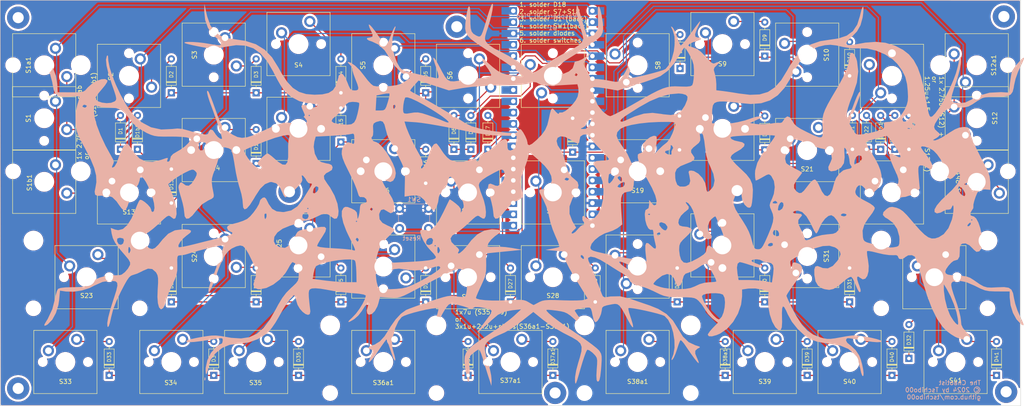
<source format=kicad_pcb>
(kicad_pcb (version 20221018) (generator pcbnew)
  (title_block (title "The Chaotist") (date "2024-01-28") (rev "v0.1") (company "by Tschibo00"))
  (layers (0 "F.Cu" signal) (31 "B.Cu" signal) (34 "B.Paste" user) (35 "F.Paste" user) (36 "B.SilkS" user "B.Silkscreen") (37 "F.SilkS" user "F.Silkscreen") (38 "B.Mask" user) (39 "F.Mask" user) (44 "Edge.Cuts" user))
  (net 0 "")
  (net 1 "R0")
  (net 2 "Net-(D1-A)")
  (net 3 "R1")
  (net 4 "Net-(D1b1-A)")
  (net 5 "Net-(D2-A)")
  (net 6 "Net-(D3-A)")
  (net 7 "Net-(D4-A)")
  (net 8 "Net-(D5-A)")
  (net 9 "Net-(D6-A)")
  (net 10 "Net-(D7-A)")
  (net 11 "Net-(D8-A)")
  (net 12 "Net-(D9-A)")
  (net 13 "Net-(D10-A)")
  (net 14 "Net-(D11-A)")
  (net 15 "Net-(D12-A)")
  (net 16 "Net-(D12b1-A)")
  (net 17 "Net-(D13-A)")
  (net 18 "Net-(D14-A)")
  (net 19 "Net-(D15-A)")
  (net 20 "Net-(D16-A)")
  (net 21 "Net-(D17-A)")
  (net 22 "Net-(D18-A)")
  (net 23 "Net-(D19-A)")
  (net 24 "Net-(D20-A)")
  (net 25 "Net-(D21-A)")
  (net 26 "Net-(D22-A)")
  (net 27 "R2")
  (net 28 "Net-(D23-A)")
  (net 29 "Net-(D24-A)")
  (net 30 "Net-(D25-A)")
  (net 31 "Net-(D26-A)")
  (net 32 "Net-(D27-A)")
  (net 33 "Net-(D28-A)")
  (net 34 "Net-(D29-A)")
  (net 35 "Net-(D30-A)")
  (net 36 "Net-(D31-A)")
  (net 37 "Net-(D32-A)")
  (net 38 "R3")
  (net 39 "Net-(D33-A)")
  (net 40 "Net-(D34-A)")
  (net 41 "Net-(D35-A)")
  (net 42 "Net-(D36a1-A)")
  (net 43 "Net-(D37a1-A)")
  (net 44 "Net-(D38a1-A)")
  (net 45 "Net-(D39-A)")
  (net 46 "Net-(D40-A)")
  (net 47 "Net-(D41-A)")
  (net 48 "C0")
  (net 49 "C1")
  (net 50 "C2")
  (net 51 "C3")
  (net 52 "C4")
  (net 53 "C5")
  (net 54 "C6")
  (net 55 "C7")
  (net 56 "C8")
  (net 57 "C9")
  (net 58 "C10")
  (net 59 "C11")
  (net 60 "Net-(U1-RUN)")
  (net 67 "GND")
  (footprint "ScottoKeebs_Components:Diode_DO-35" (layer "F.Cu") (at 218.1245 51.72275 90)
    (fp_text reference "D11" hide)
    (fp_text value "Diode")
  )
  (footprint "ScottoKeebs_Components:Diode_DO-35" (layer "F.Cu") (at 65.0895 102.52275 90)
    (fp_text reference "D34" hide)
    (fp_text value "Diode")
  )
  (footprint "ScottoKeebs_MX:MX_PCB_1.50u" (layer "F.Cu") (at 198.4395 75.694 90)
    (fp_text reference "S31")
    (fp_text value "Keyswitch")
  )
  (footprint "ScottoKeebs_Components:Diode_DO-35" (layer "F.Cu") (at 221.2995 98.71275 90)
    (fp_text reference "D32" hide)
    (fp_text value "Diode")
  )
  (footprint "ScottoKeebs_Stabilizer:Stabilizer_MX_2.00u" (layer "F.Cu") (at 227.0145 80.4565 180)
    (fp_text reference "REF**" hide)
    (fp_text value "Stabilizer_MX_2.00u" hide)
  )
  (footprint "ScottoKeebs_MX:MX_PCB_1.75u" (layer "F.Cu") (at 122.2395 35.21275 -90)
    (fp_text reference "S6")
    (fp_text value "Keyswitch")
  )
  (footprint "ScottoKeebs_Components:Diode_DO-35" (layer "F.Cu") (at 131.7645 86.01275 90)
    (fp_text reference "D27" hide)
    (fp_text value "Diode")
  )
  (footprint "ScottoKeebs_Components:Diode_DO-35" (layer "F.Cu") (at 221.2995 51.72275 90)
    (fp_text reference "D12" hide)
    (fp_text value "Diode")
  )
  (footprint "ScottoKeebs_MX:MX_PCB_1.25u" (layer "F.Cu") (at 103.1895 78.07525 -90)
    (fp_text reference "S26")
    (fp_text value "Keyswitch")
  )
  (footprint "ScottoKeebs_Components:Diode_DO-35" (layer "F.Cu") (at 122.2395 102.52275 90)
    (fp_text reference "D36a1" hide)
    (fp_text value "Diode")
  )
  (footprint "ScottoKeebs_MX:MX_PCB_1.00u" (layer "F.Cu") (at 198.4395 51.8815)
    (fp_text reference "S21")
    (fp_text value "Keyswitch")
  )
  (footprint "ScottoKeebs_Components:Diode_DO-35" (layer "F.Cu") (at 169.7375 51.84975 90)
    (fp_text reference "D19" hide)
    (fp_text value "Diode")
  )
  (footprint "ScottoKeebs_Components:Diode_DO-35" (layer "F.Cu") (at 150.8145 86.01275 90)
    (fp_text reference "D28" hide)
    (fp_text value "Diode")
  )
  (footprint "ScottoKeebs_Components:Diode_DO-35" (layer "F.Cu") (at 207.9645 35.21275 90)
    (fp_text reference "D10" hide)
    (fp_text value "Diode")
  )
  (footprint "ScottoKeebs_MX:MX_PCB_1.75u" (layer "F.Cu") (at 84.1395 73.31275 -90)
    (fp_text reference "S25")
    (fp_text value "Keyswitch")
  )
  (footprint "ScottoKeebs_MX:MX_PCB_1.00u" (layer "F.Cu") (at 131.7645 99.5065)
    (fp_text reference "S37a1")
    (fp_text value "Keyswitch")
  )
  (footprint "ScottoKeebs_MX:MX_PCB_1.00u" (layer "F.Cu") (at 46.0395 61.4065)
    (fp_text reference "S13")
    (fp_text value "Keyswitch")
  )
  (footprint "ScottoKeebs_Stabilizer:Stabilizer_MX_2.00u" (layer "F.Cu") (at 26.9895 44.73775 90)
    (fp_text reference "REF**" hide)
    (fp_text value "Stabilizer_MX_2.00u" hide)
  )
  (footprint "ScottoKeebs_Components:Diode_DO-35" (layer "F.Cu") (at 74.6145 86.01275 90)
    (fp_text reference "D24" hide)
    (fp_text value "Diode")
  )
  (footprint "ScottoKeebs_MX:MX_PCB_1.50u" (layer "F.Cu") (at 65.0895 75.694 -90)
    (fp_text reference "S24")
    (fp_text value "Keyswitch")
  )
  (footprint "ScottoKeebs_Components:Diode_DO-35" (layer "F.Cu") (at 169.2295 86.01275 90)
    (fp_text reference "D29" hide)
    (fp_text value "Diode")
  )
  (footprint "ScottoKeebs_MX:MX_PCB_1.25u" (layer "F.Cu") (at 160.3395 78.07525 90)
    (fp_text reference "S29")
    (fp_text value "Keyswitch")
  )
  (footprint "ScottoKeebs_MX:MX_PCB_1.00u" (layer "F.Cu") (at 84.1395 28.069)
    (fp_text reference "S4")
    (fp_text value "Keyswitch")
  )
  (footprint "MountingHole:MountingHole_2.5mm_Pad" (layer "F.Cu") (at 119.6995 24.16375)
    (fp_text reference "REF**" hide)
    (fp_text value "MountingHole_2.5mm_Pad" hide)
  )
  (footprint "ScottoKeebs_Components:Diode_DO-35" (layer "F.Cu") (at 93.6645 39.02275 90)
    (fp_text reference "D4" hide)
    (fp_text value "Diode")
  )
  (footprint "ScottoKeebs_Components:Diode_DO-35" (layer "F.Cu") (at 112.7145 59.34275 90)
    (fp_text reference "D16" hide)
    (fp_text value "Diode")
  )
  (footprint "ScottoKeebs_MX:MX_PCB_1.50u" (layer "F.Cu") (at 160.3395 32.8315 90)
    (fp_text reference "S8")
    (fp_text value "Keyswitch")
  )
  (footprint "ScottoKeebs_Components:Diode_DO-35" (layer "F.Cu") (at 41.5945 102.52275 90)
    (fp_text reference "D33" hide)
    (fp_text value "Diode")
  )
  (footprint "ScottoKeebs_Components:Diode_DO-35" (layer "F.Cu") (at 180.0245 102.52275 90)
    (fp_text reference "D38a1" hide)
    (fp_text value "Diode")
  )
  (footprint "ScottoKeebs_MX:MX_PCB_1.75u" (layer "F.Cu") (at 217.4895 35.21275 90)
    (fp_text reference "S11")
    (fp_text value "Keyswitch")
  )
  (footprint "ScottoKeebs_Components:Diode_DO-35" (layer "F.Cu") (at 74.6145 39.02275 90)
    (fp_text reference "D3" hide)
    (fp_text value "Diode")
  )
  (footprint "MountingHole:MountingHole_2.5mm_Pad" (layer "F.Cu") (at 242.6355 21.87775)
    (fp_text reference "REF**" hide)
    (fp_text value "MountingHole_2.5mm_Pad" hide)
  )
  (footprint "ScottoKeebs_MX:MX_PCB_2.75u" (layer "F.Cu") (at 236.5395 44.73775 90)
    (fp_text reference "S12")
    (fp_text value "Keyswitch")
  )
  (footprint "ScottoKeebs_Components:Diode_DO-35" (layer "F.Cu") (at 169.8645 33.56175 90)
    (fp_text reference "D8" hide)
    (fp_text value "Diode")
  )
  (footprint "ScottoKeebs_Components:Diode_DO-35" (layer "F.Cu") (at 188.9145 86.01275 90)
    (fp_text reference "D30" hide)
    (fp_text value "Diode")
  )
  (footprint "ScottoKeebs_Components:Diode_DO-35" (layer "F.Cu") (at 47.9445 51.72275 90)
    (fp_text reference "D1b1" hide)
    (fp_text value "Diode")
  )
  (footprint "ScottoKeebs_MX:MX_PCB_1.00u" (layer "F.Cu") (at 84.1395 47.119)
    (fp_text reference "S15")
    (fp_text value "Keyswitch")
  )
  (footprint "ScottoKeebs_MX:MX_PCB_1.50u" (layer "F.Cu") (at 103.1895 32.8315 -90)
    (fp_text reference "S5")
    (fp_text value "Keyswitch")
  )
  (footprint "ScottoKeebs_MX:MX_PCB_1.00u" (layer "F.Cu") (at 141.2895 80.4565)
    (fp_text reference "S28")
    (fp_text value "Keyswitch")
  )
  (footprint "ScottoKeebs_MX:MX_PCB_2.00u" (layer "F.Cu") (at 103.1895 99.5065)
    (fp_text reference "S36a1")
    (fp_text value "Keyswitch")
  )
  (footprint "ScottoKeebs_Components:Diode_DO-35" (layer "F.Cu") (at 44.1345 51.72275 90)
    (fp_text reference "D1" hide)
    (fp_text value "Diode")
  )
  (footprint "ScottoKeebs_Components:Diode_DO-35" (layer "F.Cu") (at 93.6645 86.01275 90)
    (fp_text reference "D25" hide)
    (fp_text value "Diode")
  )
  (footprint "ScottoKeebs_MX:MX_PCB_1.00u" (layer "F.Cu") (at 179.3895 28.069)
    (fp_text reference "S9")
    (fp_text value "Keyswitch")
  )
  (footprint "ScottoKeebs_MX:MX_PCB_1.00u" (layer "F.Cu") (at 65.0895 51.8815)
    (fp_text reference "S14")
    (fp_text value "Keyswitch")
  )
  (footprint "ScottoKeebs_MX:MX_PCB_1.75u" (layer "F.Cu") (at 179.3895 73.31275 90)
    (fp_text reference "S30")
    (fp_text value "Keyswitch")
  )
  (footprint "ScottoKeebs_Stabilizer:Stabilizer_MX_2.00u" (layer "F.Cu") (at 36.5145 80.4565 180)
    (fp_text reference "REF**" hide)
    (fp_text value "Stabilizer_MX_2.00u" hide)
  )
  (footprint "ScottoKeebs_MX:MX_PCB_1.00u" (layer "F.Cu") (at 74.6145 99.5065)
    (fp_text reference "S35")
    (fp_text value "Keyswitch")
  )
  (footprint "ScottoKeebs_MX:MX_Plate_1.25u" (layer "F.Cu") (at 236.5395 59.02525 -90)
    (fp_text reference "S12b1")
    (fp_text value "Keyswitch")
  )
  (footprint "MountingHole:MountingHole_2.5mm_Pad" (layer "F.Cu") (at 141.7975 106.45975)
    (fp_text reference "REF**" hide)
    (fp_text value "MountingHole_2.5mm_Pad" hide)
  )
  (footprint "ScottoKeebs_Components:Diode_DO-35" (layer "F.Cu") (at 126.6845 51.72275 90)
    (fp_text reference "D17" hide)
    (fp_text value "Diode")
  )
  (footprint "ScottoKeebs_MX:MX_PCB_2.00u" (layer "F.Cu") (at 160.3395 99.5065)
    (fp_text reference "S38a1")
    (fp_text value "Keyswitch")
  )
  (footprint "MountingHole:MountingHole_2.5mm_Pad" (layer "F.Cu") (at 243.1435 106.20575)
    (fp_text reference "REF**" hide)
    (fp_text value "MountingHole_2.5mm_Pad" hide)
  )
  (footprint "ScottoKeebs_Components:Diode_DO-35" (layer "F.Cu") (at 217.4895 102.52275 90)
    (fp_text reference "D40" hide)
    (fp_text value "Diode")
  )
  (footprint "ScottoKeebs_MX:MX_PCB_1.00u" (layer "F.Cu") (at 122.2395 80.4565)
    (fp_text reference "S27")
    (fp_text value "Keyswitch")
  )
  (footprint "ScottoKeebs_Components:Diode_DO-35" (layer "F.Cu") (at 188.9145 30.76775 90)
    (fp_text reference "D9" hide)
    (fp_text value "Diode")
  )
  (footprint "ScottoKeebs_MX:MX_PCB_1.75u" (layer "F.Cu") (at 141.2895 35.21275 90)
    (fp_text reference "S7")
    (fp_text value "Keyswitch")
  )
  (footprint "ScottoKeebs_Components:Diode_DO-35" (layer "F.Cu") (at 55.5645 39.02275 90)
    (fp_text reference "D2" hide)
    (fp_text value "Diode")
  )
  (footprint "ScottoKeebs_Components:Diode_DO-35" (layer "F.Cu") (at 211.7745 51.72275 90)
    (fp_text reference "D22" hide)
    (fp_text value "Diode")
  )
  (footprint "ScottoKeebs_MX:MX_PCB_2.75u" (layer "F.Cu") (at 26.9895 44.73775 -90)
    (fp_text reference "S1")
    (fp_text value "Keyswitch")
  )
  (footprint "ScottoKeebs_Stabilizer:Stabilizer_MX_2.00u" (layer "F.Cu") (at 236.5395 44.73775 -90)
    (fp_text reference "REF**" hide)
    (fp_text value "Stabilizer_MX_2.00u" hide)
  )
  (footprint "ScottoKeebs_MX:MX_PCB_1.00u" (layer "F.Cu") (at 141.2895 61.4065)
    (fp_text reference "S18")
    (fp_text value "Keyswitch")
  )
  (footprint "MountingHole:MountingHole_2.5mm_Pad" (layer "F.Cu") (at 21.1475 105.44375)
    (fp_text reference "REF**" hide)
    (fp_text value "MountingHole_2.5mm_Pad" hide)
  )
  (footprint "ScottoKeebs_MX:MX_PCB_1.00u" (layer "F.Cu") (at 179.3895 47.119)
    (fp_text reference "S20")
    (fp_text value "Keyswitch")
  )
  (footprint "ScottoKeebs_MX:MX_PCB_2.00u" (layer "F.Cu") (at 227.0145 80.4565)
    (fp_text reference "S32")
    (fp_text value "Keyswitch")
  )
  (footprint "MountingHole:MountingHole_2.5mm_Pad" (layer "F.Cu") (at 82.1075 61.24775)
    (fp_text reference "REF**" hide)
    (fp_text value "MountingHole_2.5mm_Pad" hide)
  )
  (footprint "MountingHole:MountingHole_2.5mm_Pad" (layer "F.Cu") (at 182.6915 60.99375)
    (fp_text reference "REF**" hide)
    (fp_text value "MountingHole_2.5mm_Pad" hide)
  )
  (footprint "ScottoKeebs_Components:Diode_DO-35" (layer "F.Cu") (at 84.1395 102.52275 90)
    (fp_text reference "D35" hide)
    (fp_text value "Diode")
  )
  (footprint "ScottoKeebs_Components:Diode_DO-35" (layer "F.Cu") (at 141.2895 102.52275 90)
    (fp_text reference "D37a1" hide)
    (fp_text value "Diode")
  )
  (footprint "ScottoKeebs_Components:Diode_DO-35" (layer "F.Cu") (at 208.5995 51.72275 90)
    (fp_text reference "D21" hide)
    (fp_text value "Diode")
  )
  (footprint "ScottoKeebs_MX:MX_PCB_2.00u" (layer "F.Cu") (at 36.5145 80.4565)
    (fp_text reference "S23")
    (fp_text value "Keyswitch")
  )
  (footprint "ScottoKeebs_MX:MX_PCB_1.00u" (layer "F.Cu") (at 188.9145 99.5065)
    (fp_text reference "S39")
    (fp_text value "Keyswitch")
  )
  (footprint "ScottoKeebs_Components:Diode_DO-35" (layer "F.Cu") (at 240.9845 102.52275 90)
    (fp_text reference "D41" hide)
    (fp_text value "Diode")
  )
  (footprint "ScottoKeebs_Components:Diode_DO-35" (layer "F.Cu") (at 112.7145 39.02275 90)
    (fp_text reference "D5" hide)
    (fp_text value "Diode")
  )
  (footprint "ScottoKeebs_Stabilizer:Stabilizer_MX_2.00u" (layer "F.Cu") (at 160.3395 99.5065 180)
    (fp_text reference "REF**" hide)
    (fp_text value "Stabilizer_MX_2.00u" hide)
  )
  (footprint "ScottoKeebs_MX:MX_PCB_1.75u" (layer "F.Cu") (at 46.0395 35.21275 -90)
    (fp_text reference "S2")
    (fp_text value "Keyswitch")
  )
  (footprint "ScottoKeebs_Components:Diode_DO-35" (layer "F.Cu") (at 198.4395 102.52275 90)
    (fp_text reference "D39" hide)
    (fp_text value "Diode")
  )
  (footprint "ScottoKeebs_MX:MX_Plate_1.50u" (layer "F.Cu") (at 236.5395 32.8315 90)
    (fp_text reference "S12a1")
    (fp_text value "Keyswitch")
  )
  (footprint "ScottoKeebs_Components:Diode_DO-35" (layer "F.Cu") (at 55.5645 86.01275 90)
    (fp_text reference "D23" hide)
    (fp_text value "Diode")
  )
  (footprint "ScottoKeebs_Components:Diode_DO-35" (layer "F.Cu") (at 119.0645 51.72275 90)
    (fp_text reference "D6" hide)
    (fp_text value "Diode")
  )
  (footprint "ScottoKeebs_MX:MX_Plate_1.50u" (layer "F.Cu") (at 26.9895 32.8315 -90)
    (fp_text reference "S1a1")
    (fp_text value "Keyswitch")
  )
  (footprint "ScottoKeebs_MX:MX_PCB_1.50u" (layer "F.Cu") (at 231.777 99.5065)
    (fp_text reference "S41")
    (fp_text value "Keyswitch")
  )
  (footprint "ScottoKeebs_Stabilizer:Stabilizer_MX_2.00u" (layer "F.Cu") (at 103.1895 99.5065 180)
    (fp_text reference "REF**" hide)
    (fp_text value "Stabilizer_MX_2.00u" hide)
  )
  (footprint "ScottoKeebs_Components:Diode_DO-35" (layer "F.Cu") (at 207.9645 86.01275 90)
    (fp_text reference "D31" hide)
    (fp_text value "Diode")
  )
  (footprint "ScottoKeebs_Components:Diode_DO-35" (layer "F.Cu") (at 214.9495 51.72275 90)
    (fp_text reference "D12b1" hide)
    (fp_text value "Diode")
  )
  (footprint "ScottoKeebs_Components:Diode_DO-35" (layer "F.Cu") (at 112.7145 86.01275 90)
    (fp_text reference "D26" hide)
    (fp_text value "Diode")
  )
  (footprint "ScottoKeebs_MX:MX_PCB_1.00u" (layer "F.Cu") (at 103.1895 56.644)
    (fp_text reference "S16")
    (fp_text value "Keyswitch")
  )
  (footprint "ScottoKeebs_MX:MX_PCB_1.25u" (layer "F.Cu") (at 65.0895 30.45025 -90)
    (fp_text reference "S3")
    (fp_text value "Keyswitch")
  )
  (footprint "ScottoKeebs_Components:Diode_DO-35" (layer "F.Cu") (at 74.6145 54.89775 90)
    (fp_text reference "D14" hide)
    (fp_text value "Diode")
  )
  (footprint "ScottoKeebs_MX:MX_Plate_1.25u" (layer "F.Cu") (at 26.9895 59.02525 -90)
    (fp_text reference "S1b1")
    (fp_text value "Keyswitch")
  )
  (footprint "ScottoKeebs_MX:MX_PCB_1.00u" (layer "F.Cu") (at 207.9645 99.5065)
    (fp_text reference "S40")
    (fp_text value "Keyswitch")
  )
  (footprint "ScottoKeebs_MX:MX_PCB_1.50u" (layer "F.Cu") (at 31.752 99.5065)
    (fp_text reference "S33")
    (fp_text value "Keyswitch")
  )
  (footprint "ScottoKeebs_MX:MX_PCB_1.00u" (layer "F.Cu") (at 160.3395 56.644)
    (fp_text reference "S19")
    (fp_text value "Keyswitch")
  )
  (footprint "ScottoKeebs_MX:MX_PCB_1.00u" (layer "F.Cu") (at 217.4895 61.4065)
    (fp_text reference "S22")
    (fp_text value "Keyswitch")
  )
  (footprint "ScottoKeebs_MX:MX_PCB_1.00u" (layer "F.Cu") (at 55.5645 99.5065)
    (fp_text reference "S34")
    (fp_text value "Keyswitch")
  )
  (footprint "ScottoKeebs_MX:MX_PCB_1.25u" (layer "F.Cu") (at 198.4395 30.45025 90)
    (fp_text reference "S10")
    (fp_text value "Keyswitch")
  )
  (footprint "ScottoKeebs_Components:Diode_DO-35" (layer "F.Cu") (at 93.6645 50.07175 90)
    (fp_text reference "D15" hide)
    (fp_text value "Diode")
  )
  (footprint "ScottoKeebs_Components:Diode_DO-35" (layer "F.Cu") (at 122.8745 51.72275 90)
    (fp_text reference "D7" hide)
    (fp_text value "Diode")
  )
  (footprint "MountingHole:MountingHole_2.5mm_Pad" (layer "F.Cu") (at 21.1475 22.13175)
    (fp_text reference "REF**" hide)
    (fp_text value "MountingHole_2.5mm_Pad" hide)
  )
  (footprint "ScottoKeebs_MX:MX_PCB_1.00u" (layer "F.Cu") (at 122.2395 61.4065)
    (fp_text reference "S17")
    (fp_text value "Keyswitch")
  )
  (footprint "ScottoKeebs_Components:Diode_DO-35" (layer "F.Cu") (at 145.7345 52.35775 90)
    (fp_text reference "D18" hide)
    (fp_text value "Diode")
  )
  (footprint "ScottoKeebs_Components:Diode_DO-35" (layer "F.Cu") (at 188.9145 51.84975 90)
    (fp_text reference "D20" hide)
    (fp_text value "Diode")
  )
  (footprint "ScottoKeebs_Components:Diode_DO-35" (layer "F.Cu") (at 55.5645 63.78775 90)
    (fp_text reference "D13" hide)
    (fp_text value "Diode")
  )
  (footprint "LOGO" (layer "B.Cu") (at 138.8003 62.92415 180)
    (fp_text reference "G***" hide)
    (fp_text value "LOGO" hide)
  )
  (footprint "Button_Switch_THT:SW_PUSH_6mm_H4.3mm" (layer "B.Cu") (at 113.3495 65.00275 180)
    (fp_text reference "SW1")
    (fp_text value "Reset")
  )
  (footprint "Library:Raspberry_Pi_Pico" (layer "B.Cu") (at 141.2895 44.73775 180)
    (fp_text reference "U1")
    (fp_text value "Raspberry_Pi_Pico")
  )
  (gr_rect (start 17.1095 18.21775) (end 246.3995 109.36775) (stroke (width 0.1)) (fill none) (layer "Edge.Cuts"))
  (gr_text "The Chaotist\n© 2024 by Tschibo00\ngithub.com/tschibo00" (at 237.5555 107.98375) (layer "B.SilkS") (effects (font (size 1 1)) (justify left bottom mirror)))
  (gr_text "1x7u (S35+39)\nor\n3x1u+2x2u+stabs(S36a1-S38a1)" (at 119.2169 92.10875) (layer "F.SilkS") (effects (font (size 1 1)) (justify left bottom)))
  (gr_text "1. solder D18\n2. solder S7+S18\n3. solder U1 (back)\n4. solder SW1(back)\n5. solder diodes\n6. solder switches\n" (at 133.6949 27.82135) (layer "F.SilkS") (effects (font (size 1 1)) (justify left bottom)))
  (gr_text "1x 2.75u (S12) + stab\nor\n1.25u+1.5u (S12a1+S12b1)" (at 224.8301 35.18735 -90) (layer "F.SilkS") (effects (font (size 1 1)) (justify left bottom)))
  (gr_text "1x 2.75u (S1) + stab\nor\n1.25u+1.5u (S1a1+S1b1)" (at 38.6989 54.13575 90) (layer "F.SilkS") (effects (font (size 1 1)) (justify left bottom)))
  (segment (start 142.4325 32.41875) (end 145.2585 29.59275) (width 0.25) (layer "F.Cu") (net 1))
  (segment (start 137.2763 30.71695) (end 138.9781 32.41875) (width 0.25) (layer "F.Cu") (net 1))
  (segment (start 145.2585 29.59275) (end 151.2905 29.59275) (width 0.25) (layer "F.Cu") (net 1))
  (segment (start 168.5945 29.75175) (end 169.8645 31.02175) (width 0.25) (layer "F.Cu") (net 1))
  (segment (start 207.9645 35.21275) (end 206.3135 33.56175) (width 0.25) (layer "F.Cu") (net 1))
  (segment (start 206.3135 33.56175) (end 197.6775 33.56175) (width 0.25) (layer "F.Cu") (net 1))
  (segment (start 44.1345 51.72275) (end 44.1345 50.45275) (width 0.25) (layer "F.Cu") (net 1))
  (segment (start 112.7145 39.02275) (end 112.7145 45.37275) (width 0.25) (layer "F.Cu") (net 1))
  (segment (start 218.1245 51.72275) (end 221.2995 51.72275) (width 0.25) (layer "F.Cu") (net 1))
  (segment (start 119.0645 51.72275) (end 122.8745 51.72275) (width 0.25) (layer "F.Cu") (net 1))
  (segment (start 112.7145 39.02275) (end 112.9177 38.81955) (width 0.25) (layer "F.Cu") (net 1))
  (segment (start 44.1345 50.45275) (end 55.5645 39.02275) (width 0.25) (layer "F.Cu") (net 1))
  (segment (start 195.1375 31.02175) (end 189.1685 31.02175) (width 0.25) (layer "F.Cu") (net 1))
  (segment (start 112.9177 38.81955) (end 122.9253 38.81955) (width 0.25) (layer "F.Cu") (net 1))
  (segment (start 112.57575 39.1615) (end 112.7145 39.02275) (width 0.25) (layer "F.Cu") (net 1))
  (segment (start 197.6775 33.56175) (end 195.1375 31.02175) (width 0.25) (layer "F.Cu") (net 1))
  (segment (start 210.1235 44.73775) (end 210.1235 37.37175) (width 0.25) (layer "F.Cu") (net 1))
  (segment (start 156.2755 32.29175) (end 158.8155 29.75175) (width 0.25) (layer "F.Cu") (net 1))
  (segment (start 74.6145 39.02275) (end 93.6645 39.02275) (width 0.25) (layer "F.Cu") (net 1))
  (segment (start 158.8155 29.75175) (end 168.5945 29.75175) (width 0.25) (layer "F.Cu") (net 1))
  (segment (start 217.1085 51.72275) (end 210.1235 44.73775) (width 0.25) (layer "F.Cu") (net 1))
  (segment (start 93.6645 39.02275) (end 93.80325 39.1615) (width 0.25) (layer "F.Cu") (net 1))
  (segment (start 134.0759 34.17135) (end 134.0759 31.85995) (width 0.25) (layer "F.Cu") (net 1))
  (segment (start 132.3995 35.84775) (end 134.0759 34.17135) (width 0.25) (layer "F.Cu") (net 1))
  (segment (start 112.7145 45.37275) (end 119.0645 51.72275) (width 0.25) (layer "F.Cu") (net 1))
  (segment (start 125.8971 35.84775) (end 132.3995 35.84775) (width 0.25) (layer "F.Cu") (net 1))
  (segment (start 218.1245 51.72275) (end 217.1085 51.72275) (width 0.25) (layer "F.Cu") (net 1))
  (segment (start 153.9895 32.29175) (end 156.2755 32.29175) (width 0.25) (layer "F.Cu") (net 1))
  (segment (start 135.2189 30.71695) (end 137.2763 30.71695) (width 0.25) (layer "F.Cu") (net 1))
  (segment (start 55.5645 39.02275) (end 74.6145 39.02275) (width 0.25) (layer "F.Cu") (net 1))
  (segment (start 138.9781 32.41875) (end 142.4325 32.41875) (width 0.25) (layer "F.Cu") (net 1))
  (segment (start 189.1685 31.02175) (end 188.9145 30.76775) (width 0.25) (layer "F.Cu") (net 1))
  (segment (start 151.2905 29.59275) (end 153.9895 32.29175) (width 0.25) (layer "F.Cu") (net 1))
  (segment (start 188.6605 31.02175) (end 169.8645 31.02175) (width 0.25) (layer "F.Cu") (net 1))
  (segment (start 122.9253 38.81955) (end 125.8971 35.84775) (width 0.25) (layer "F.Cu") (net 1))
  (segment (start 169.8645 31.02175) (end 169.8645 33.56175) (width 0.25) (layer "F.Cu") (net 1))
  (segment (start 210.1235 37.37175) (end 207.9645 35.21275) (width 0.25) (layer "F.Cu") (net 1))
  (segment (start 188.9145 30.76775) (end 188.6605 31.02175) (width 0.25) (layer "F.Cu") (net 1))
  (segment (start 93.80325 39.1615) (end 112.57575 39.1615) (width 0.25) (layer "F.Cu") (net 1))
  (segment (start 134.0759 31.85995) (end 135.2189 30.71695) (width 0.25) (layer "F.Cu") (net 1))
  (segment (start 32.0695 47.27775) (end 40.9595 47.27775) (width 0.25) (layer "F.Cu") (net 2))
  (segment (start 32.0695 35.3715) (end 32.0695 47.27775) (width 0.25) (layer "F.Cu") (net 2))
  (segment (start 40.9595 47.27775) (end 44.1345 44.10275) (width 0.25) (layer "F.Cu") (net 2))
  (segment (start 104.885682 54.13575) (end 112.7145 54.13575) (width 0.25) (layer "F.Cu") (net 3))
  (segment (start 112.7145 59.34275) (end 112.7145 54.13575) (width 0.25) (layer "F.Cu") (net 3))
  (segment (start 129.8595 48.54775) (end 126.6845 51.72275) (width 0.25) (layer "F.Cu") (net 3))
  (segment (start 55.5645 63.78775) (end 55.5645 59.34275) (width 0.25) (layer "F.Cu") (net 3))
  (segment (start 132.3995 48.54775) (end 129.8595 48.54775) (width 0.25) (layer "F.Cu") (net 3))
  (segment (start 145.0995 52.35775) (end 145.7345 51.72275) (width 0.25) (layer "F.Cu") (net 3))
  (segment (start 74.6145 54.89775) (end 88.9655 54.89775) (width 0.25) (layer "F.Cu") (net 3))
  (segment (start 169.7375 51.84975) (end 171.5155 51.84975) (width 0.25) (layer "F.Cu") (net 3))
  (segment (start 127.3195 52.35775) (end 145.0995 52.35775) (width 0.25) (layer "F.Cu") (net 3))
  (segment (start 146.3695 52.35775) (end 160.0855 52.35775) (width 0.25) (layer "F.Cu") (net 3))
  (segment (start 55.5645 59.34275) (end 47.9445 51.72275) (width 0.25) (layer "F.Cu") (net 3))
  (segment (start 161.6095 53.88175) (end 164.4035 53.88175) (width 0.25) (layer "F.Cu") (net 3))
  (segment (start 112.7145 54.13575) (end 124.2715 54.13575) (width 0.25) (layer "F.Cu") (net 3))
  (segment (start 88.9655 54.89775) (end 93.6645 50.19875) (width 0.25) (layer "F.Cu") (net 3))
  (segment (start 93.6645 50.19875) (end 93.6645 50.07175) (width 0.25) (layer "F.Cu") (net 3))
  (segment (start 171.5155 51.84975) (end 190.9465 51.84975) (width 0.25) (layer "F.Cu") (net 3))
  (segment (start 166.4355 51.84975) (end 171.5155 51.84975) (width 0.25) (layer "F.Cu") (net 3))
  (segment (start 208.5995 51.72275) (end 211.7745 51.72275) (width 0.25) (layer "F.Cu") (net 3))
  (segment (start 160.0855 52.35775) (end 161.6095 53.88175) (width 0.25) (layer "F.Cu") (net 3))
  (segment (start 64.4545 54.89775) (end 55.5645 63.78775) (width 0.25) (layer "F.Cu") (net 3))
  (segment (start 205.4245 54.89775) (end 208.5995 51.72275) (width 0.25) (layer "F.Cu") (net 3))
  (segment (start 193.9945 54.89775) (end 205.4245 54.89775) (width 0.25) (layer "F.Cu") (net 3))
  (segment (start 164.4035 53.88175) (end 166.4355 51.84975) (width 0.25) (layer "F.Cu") (net 3))
  (segment (start 124.2715 54.13575) (end 126.6845 51.72275) (width 0.25) (layer "F.Cu") (net 3))
  (segment (start 74.6145 54.89775) (end 64.4545 54.89775) (width 0.25) (layer "F.Cu") (net 3))
  (segment (start 100.821682 50.07175) (end 104.885682 54.13575) (width 0.25) (layer "F.Cu") (net 3))
  (segment (start 145.7345 51.72275) (end 146.3695 52.35775) (width 0.25) (layer "F.Cu") (net 3))
  (segment (start 93.6645 50.07175) (end 100.821682 50.07175) (width 0.25) (layer "F.Cu") (net 3))
  (segment (start 190.9465 51.84975) (end 193.9945 54.89775) (width 0.25) (layer "F.Cu") (net 3))
  (segment (start 211.7745 51.72275) (end 214.9495 51.72275) (width 0.25) (layer "F.Cu") (net 3))
  (segment (start 126.6845 51.72275) (end 127.3195 52.35775) (width 0.25) (layer "F.Cu") (net 3))
  (segment (start 35.308 61.56525) (end 41.7215 55.15175) (width 0.25) (layer "F.Cu") (net 4))
  (segment (start 41.7215 50.32575) (end 47.9445 44.10275) (width 0.25) (layer "F.Cu") (net 4))
  (segment (start 41.7215 55.15175) (end 41.7215 50.32575) (width 0.25) (layer "F.Cu") (net 4))
  (segment (start 32.0695 61.56525) (end 35.308 61.56525) (width 0.25) (layer "F.Cu") (net 4))
  (segment (start 51.1195 37.75275) (end 51.1195 35.84775) (width 0.25) (layer "F.Cu") (net 5))
  (segment (start 51.1195 35.84775) (end 55.5645 31.40275) (width 0.25) (layer "F.Cu") (net 5))
  (segment (start 73.027 32.99025) (end 74.6145 31.40275) (width 0.25) (layer "F.Cu") (net 6))
  (segment (start 70.1695 32.99025) (end 73.027 32.99025) (width 0.25) (layer "F.Cu") (net 6))
  (segment (start 86.6795 22.989) (end 93.6645 29.974) (width 0.25) (layer "F.Cu") (net 7))
  (segment (start 93.6645 29.974) (end 93.6645 31.40275) (width 0.25) (layer "F.Cu") (net 7))
  (segment (start 108.2695 35.3715) (end 112.23825 31.40275) (width 0.25) (layer "F.Cu") (net 8))
  (segment (start 112.23825 31.40275) (end 112.7145 31.40275) (width 0.25) (layer "F.Cu") (net 8))
  (segment (start 127.3195 37.75275) (end 120.9695 44.10275) (width 0.25) (layer "F.Cu") (net 9))
  (segment (start 120.9695 44.10275) (end 119.0645 44.10275) (width 0.25) (layer "F.Cu") (net 9))
  (segment (start 134.0825 39.75275) (end 127.2245 39.75275) (width 0.25) (layer "F.Cu") (net 10))
  (segment (start 136.2095 32.67275) (end 136.2095 37.62575) (width 0.25) (layer "F.Cu") (net 10))
  (segment (start 127.2245 39.75275) (end 122.8745 44.10275) (width 0.25) (layer "F.Cu") (net 10))
  (segment (start 136.2095 37.62575) (end 134.0825 39.75275) (width 0.25) (layer "F.Cu") (net 10))
  (segment (start 155.2595 30.2915) (end 159.60925 25.94175) (width 0.25) (layer "F.Cu") (net 11))
  (segment (start 159.60925 25.94175) (end 169.8645 25.94175) (width 0.25) (layer "F.Cu") (net 11))
  (segment (start 181.9295 22.989) (end 188.75575 22.989) (width 0.25) (layer "F.Cu") (net 12))
  (segment (start 188.75575 22.989) (end 188.9145 23.14775) (width 0.25) (layer "F.Cu") (net 12))
  (segment (start 193.3595 27.91025) (end 193.804 27.46575) (width 0.25) (layer "F.Cu") (net 13))
  (segment (start 193.804 27.46575) (end 207.8375 27.46575) (width 0.25) (layer "F.Cu") (net 13))
  (segment (start 207.8375 27.46575) (end 207.9645 27.59275) (width 0.25) (layer "F.Cu") (net 13))
  (segment (start 216.8545 44.10275) (end 218.1245 44.10275) (width 0.25) (layer "F.Cu") (net 14))
  (segment (start 212.4095 39.65775) (end 216.8545 44.10275) (width 0.25) (layer "F.Cu") (net 14))
  (segment (start 212.4095 32.67275) (end 212.4095 39.65775) (width 0.25) (layer "F.Cu") (net 14))
  (segment (start 221.2995 44.10275) (end 229.5545 44.10275) (width 0.25) (layer "F.Cu") (net 15))
  (segment (start 229.5545 44.10275) (end 231.4595 42.19775) (width 0.25) (layer "F.Cu") (net 15))
  (segment (start 231.4595 30.2915) (end 231.4595 42.19775) (width 0.25) (layer "F.Cu") (net 15))
  (segment (start 241.6195 60.48575) (end 241.6195 61.56525) (width 0.25) (layer "F.Cu") (net 16))
  (segment (start 218.7595 47.91275) (end 229.0465 47.91275) (width 0.25) (layer "F.Cu") (net 16))
  (segment (start 214.9495 44.10275) (end 218.7595 47.91275) (width 0.25) (layer "F.Cu") (net 16))
  (segment (start 229.0465 47.91275) (end 241.6195 60.48575) (width 0.25) (layer "F.Cu") (net 16))
  (segment (start 55.40575 56.3265) (end 55.5645 56.16775) (width 0.25) (layer "B.Cu") (net 17))
  (segment (start 48.5795 56.3265) (end 55.40575 56.3265) (width 0.25) (layer "B.Cu") (net 17))
  (segment (start 68.10575 47.27775) (end 67.6295 46.8015) (width 0.25) (layer "F.Cu") (net 18))
  (segment (start 74.6145 47.27775) (end 68.10575 47.27775) (width 0.25) (layer "F.Cu") (net 18))
  (segment (start 86.6795 42.039) (end 93.25175 42.039) (width 0.25) (layer "F.Cu") (net 19))
  (segment (start 93.25175 42.039) (end 93.6645 42.45175) (width 0.25) (layer "F.Cu") (net 19))
  (segment (start 105.7295 51.564) (end 112.55575 51.564) (width 0.25) (layer "F.Cu") (net 20))
  (segment (start 112.55575 51.564) (end 112.7145 51.72275) (width 0.25) (layer "F.Cu") (net 20))
  (segment (start 128.5895 46.00775) (end 126.6845 44.10275) (width 0.25) (layer "B.Cu") (net 21))
  (segment (start 124.7795 56.3265) (end 128.5895 52.5165) (width 0.25) (layer "B.Cu") (net 21))
  (segment (start 128.5895 52.5165) (end 128.5895 46.00775) (width 0.25) (layer "B.Cu") (net 21))
  (segment (start 143.8295 56.3265) (end 143.8295 46.64275) (width 0.25) (layer "B.Cu") (net 22))
  (segment (start 143.8295 46.64275) (end 145.7345 44.73775) (width 0.25) (layer "B.Cu") (net 22))
  (segment (start 169.7375 44.706) (end 169.7375 44.22975) (width 0.25) (layer "B.Cu") (net 23))
  (segment (start 162.8795 51.564) (end 169.7375 44.706) (width 0.25) (layer "B.Cu") (net 23))
  (segment (start 186.72375 42.039) (end 188.9145 44.22975) (width 0.25) (layer "F.Cu") (net 24))
  (segment (start 181.9295 42.039) (end 186.72375 42.039) (width 0.25) (layer "F.Cu") (net 24))
  (segment (start 200.9795 46.8015) (end 205.90075 46.8015) (width 0.25) (layer "F.Cu") (net 25))
  (segment (start 205.90075 46.8015) (end 208.5995 44.10275) (width 0.25) (layer "F.Cu") (net 25))
  (segment (start 216.4735 48.80175) (end 216.4735 52.7705) (width 0.25) (layer "B.Cu") (net 26))
  (segment (start 216.4735 52.7705) (end 220.0295 56.3265) (width 0.25) (layer "B.Cu") (net 26))
  (segment (start 211.7745 44.10275) (end 216.4735 48.80175) (width 0.25) (layer "B.Cu") (net 26))
  (segment (start 169.2295 86.01275) (end 150.8145 86.01275) (width 0.25) (layer "F.Cu") (net 27))
  (segment (start 93.6645 86.01275) (end 74.6145 86.01275) (width 0.25) (layer "F.Cu") (net 27))
  (segment (start 112.7145 86.01275) (end 93.6645 86.01275) (width 0.25) (layer "F.Cu") (net 27))
  (segment (start 74.6145 86.01275) (end 55.5645 86.01275) (width 0.25) (layer "F.Cu") (net 27))
  (segment (start 207.9645 86.01275) (end 188.9145 86.01275) (width 0.25) (layer "F.Cu") (net 27))
  (segment (start 221.2995 94.90275) (end 221.2995 98.71275) (width 0.25) (layer "F.Cu") (net 27))
  (segment (start 217.4895 91.09275) (end 221.2995 94.90275) (width 0.25) (layer "F.Cu") (net 27))
  (segment (start 207.9645 86.01275) (end 207.9645 86.64775) (width 0.25) (layer "F.Cu") (net 27))
  (segment (start 134.3807 83.39655) (end 134.3807 55.60895) (width 0.25) (layer "F.Cu") (net 27))
  (segment (start 150.8145 86.01275) (end 131.7645 86.01275) (width 0.25) (layer "F.Cu") (net 27))
  (segment (start 131.7645 86.01275) (end 134.3807 83.39655) (width 0.25) (layer "F.Cu") (net 27))
  (segment (start 212.4095 91.09275) (end 217.4895 91.09275) (width 0.25) (layer "F.Cu") (net 27))
  (segment (start 188.9145 86.01275) (end 169.2295 86.01275) (width 0.25) (layer "F.Cu") (net 27))
  (segment (start 134.3807 55.60895) (end 132.3995 53.62775) (width 0.25) (layer "F.Cu") (net 27))
  (segment (start 131.7645 86.01275) (end 112.7145 86.01275) (width 0.25) (layer "F.Cu") (net 27))
  (segment (start 207.9645 86.64775) (end 212.4095 91.09275) (width 0.25) (layer "F.Cu") (net 27))
  (segment (start 129.8595 53.62775) (end 132.3995 53.62775) (width 0.25) (layer "B.Cu") (net 27))
  (segment (start 39.0545 76.23375) (end 53.4055 76.23375) (width 0.25) (layer "F.Cu") (net 28))
  (segment (start 39.0545 75.3765) (end 39.0545 76.23375) (width 0.25) (layer "F.Cu") (net 28))
  (segment (start 53.4055 76.23375) (end 55.5645 78.39275) (width 0.25) (layer "F.Cu") (net 28))
  (segment (start 70.1695 78.234) (end 74.45575 78.234) (width 0.25) (layer "F.Cu") (net 29))
  (segment (start 74.45575 78.234) (end 74.6145 78.39275) (width 0.25) (layer "F.Cu") (net 29))
  (segment (start 91.1245 75.85275) (end 93.6645 78.39275) (width 0.25) (layer "F.Cu") (net 30))
  (segment (start 89.2195 75.85275) (end 91.1245 75.85275) (width 0.25) (layer "F.Cu") (net 30))
  (segment (start 108.2695 80.61525) (end 110.492 80.61525) (width 0.25) (layer "F.Cu") (net 31))
  (segment (start 110.492 80.61525) (end 112.7145 78.39275) (width 0.25) (layer "F.Cu") (net 31))
  (segment (start 128.74825 75.3765) (end 131.7645 78.39275) (width 0.25) (layer "F.Cu") (net 32))
  (segment (start 124.7795 75.3765) (end 128.74825 75.3765) (width 0.25) (layer "F.Cu") (net 32))
  (segment (start 143.8295 75.3765) (end 147.79825 75.3765) (width 0.25) (layer "F.Cu") (net 33))
  (segment (start 147.79825 75.3765) (end 150.8145 78.39275) (width 0.25) (layer "F.Cu") (net 33))
  (segment (start 155.2595 75.53525) (end 155.831 74.96375) (width 0.25) (layer "F.Cu") (net 34))
  (segment (start 155.831 74.96375) (end 165.8005 74.96375) (width 0.25) (layer "F.Cu") (net 34))
  (segment (start 165.8005 74.96375) (end 169.2295 78.39275) (width 0.25) (layer "F.Cu") (net 34))
  (segment (start 174.3095 70.77275) (end 174.9445 70.13775) (width 0.25) (layer "F.Cu") (net 35))
  (segment (start 180.6595 70.13775) (end 188.9145 78.39275) (width 0.25) (layer "F.Cu") (net 35))
  (segment (start 174.9445 70.13775) (end 180.6595 70.13775) (width 0.25) (layer "F.Cu") (net 35))
  (segment (start 202.2495 72.67775) (end 207.9645 78.39275) (width 0.25) (layer "F.Cu") (net 36))
  (segment (start 193.83575 72.67775) (end 202.2495 72.67775) (width 0.25) (layer "F.Cu") (net 36))
  (segment (start 193.3595 73.154) (end 193.83575 72.67775) (width 0.25) (layer "F.Cu") (net 36))
  (segment (start 229.5545 75.3765) (end 230.1895 76.0115) (width 0.25) (layer "F.Cu") (net 37))
  (segment (start 230.1895 82.20275) (end 221.2995 91.09275) (width 0.25) (layer "F.Cu") (net 37))
  (segment (start 230.1895 76.0115) (end 230.1895 82.20275) (width 0.25) (layer "F.Cu") (net 37))
  (segment (start 65.0895 102.52275) (end 84.1395 102.52275) (width 0.25) (layer "F.Cu") (net 38))
  (segment (start 129.9865 73.23655) (end 133.3139 76.56395) (width 0.25) (layer "F.Cu") (net 38))
  (segment (start 180.0245 102.52275) (end 198.4395 102.52275) (width 0.25) (layer "F.Cu") (net 38))
  (segment (start 198.4395 102.52275) (end 217.4895 102.52275) (width 0.25) (layer "F.Cu") (net 38))
  (segment (start 133.3139 76.56395) (end 133.3139 80.67875) (width 0.25) (layer "F.Cu") (net 38))
  (segment (start 41.5945 102.52275) (end 65.0895 102.52275) (width 0.25) (layer "F.Cu") (net 38))
  (segment (start 54.3707 84.59035) (end 41.5945 97.36655) (width 0.25) (layer "F.Cu") (net 38))
  (segment (start 122.2395 102.52275) (end 141.2895 102.52275) (width 0.25) (layer "F.Cu") (net 38))
  (segment (start 217.4895 102.52275) (end 240.9845 102.52275) (width 0.25) (layer "F.Cu") (net 38))
  (segment (start 141.2895 102.52275) (end 180.0245 102.52275) (width 0.25) (layer "F.Cu") (net 38))
  (segment (start 129.9865 58.58075) (end 129.9865 73.23655) (width 0.25) (layer "F.Cu") (net 38))
  (segment (start 132.3995 56.16775) (end 129.9865 58.58075) (width 0.25) (layer "F.Cu") (net 38))
  (segment (start 129.4023 84.59035) (end 54.3707 84.59035) (width 0.25) (layer "F.Cu") (net 38))
  (segment (start 133.3139 80.67875) (end 129.4023 84.59035) (width 0.25) (layer "F.Cu") (net 38))
  (segment (start 41.5945 97.36655) (end 41.5945 102.52275) (width 0.25) (layer "F.Cu") (net 38))
  (segment (start 84.1395 102.52275) (end 122.2395 102.52275) (width 0.25) (layer "F.Cu") (net 38))
  (segment (start 130.7895 56.16775) (end 132.3995 56.16775) (width 0.25) (layer "B.Cu") (net 38))
  (segment (start 34.76825 94.90275) (end 41.5945 94.90275) (width 0.25) (layer "F.Cu") (net 39))
  (segment (start 34.292 94.4265) (end 34.76825 94.90275) (width 0.25) (layer "F.Cu") (net 39))
  (segment (start 58.58075 94.90275) (end 65.0895 94.90275) (width 0.25) (layer "F.Cu") (net 40))
  (segment (start 58.1045 94.4265) (end 58.58075 94.90275) (width 0.25) (layer "F.Cu") (net 40))
  (segment (start 77.63075 94.90275) (end 84.1395 94.90275) (width 0.25) (layer "F.Cu") (net 41))
  (segment (start 77.1545 94.4265) (end 77.63075 94.90275) (width 0.25) (layer "F.Cu") (net 41))
  (segment (start 106.20575 94.90275) (end 122.2395 94.90275) (width 0.25) (layer "F.Cu") (net 42))
  (segment (start 105.7295 94.4265) (end 106.20575 94.90275) (width 0.25) (layer "F.Cu") (net 42))
  (segment (start 134.3045 94.4265) (end 134.78075 94.90275) (width 0.25) (layer "F.Cu") (net 43))
  (segment (start 134.78075 94.90275) (end 141.2895 94.90275) (width 0.25) (layer "F.Cu") (net 43))
  (segment (start 162.8795 94.4265) (end 163.35575 94.90275) (width 0.25) (layer "F.Cu") (net 44))
  (segment (start 163.35575 94.90275) (end 180.0245 94.90275) (width 0.25) (layer "F.Cu") (net 44))
  (segment (start 191.4545 94.4265) (end 191.93075 94.90275) (width 0.25) (layer "F.Cu") (net 45))
  (segment (start 191.93075 94.90275) (end 198.4395 94.90275) (width 0.25) (layer "F.Cu") (net 45))
  (segment (start 210.5045 94.4265) (end 210.98075 94.90275) (width 0.25) (layer "F.Cu") (net 46))
  (segment (start 210.98075 94.90275) (end 217.4895 94.90275) (width 0.25) (layer "F.Cu") (net 46))
  (segment (start 234.317 94.4265) (end 234.79325 94.90275) (width 0.25) (layer "F.Cu") (net 47))
  (segment (start 234.79325 94.90275) (end 240.9845 94.90275) (width 0.25) (layer "F.Cu") (net 47))
  (segment (start 29.5295 55.21525) (end 29.7835 54.96125) (width 0.25) (layer "B.Cu") (net 48))
  (segment (start 29.5295 40.92775) (end 29.7835 40.67375) (width 0.25) (layer "B.Cu") (net 48))
  (segment (start 29.7835 41.18175) (end 29.5295 40.92775) (width 0.25) (layer "B.Cu") (net 48))
  (segment (start 29.5295 29.0215) (end 39.21325 19.33775) (width 0.25) (layer "B.Cu") (net 48))
  (segment (start 33.3395 91.569) (end 33.3395 78.5515) (width 0.25) (layer "B.Cu") (net 48))
  (segment (start 39.21325 19.33775) (end 148.9095 19.33775) (width 0.25) (layer "B.Cu") (net 48))
  (segment (start 29.7835 29.2755) (end 29.5295 29.0215) (width 0.25) (layer "B.Cu") (net 48))
  (segment (start 148.9095 19.33775) (end 150.1795 20.60775) (width 0.25) (layer "B.Cu") (net 48))
  (segment (start 33.3395 78.5515) (end 32.7045 77.9165) (width 0.25) (layer "B.Cu") (net 48))
  (segment (start 27.942 96.9665) (end 33.3395 91.569) (width 0.25) (layer "B.Cu") (net 48))
  (segment (start 29.7835 55.46925) (end 29.5295 55.21525) (width 0.25) (layer "B.Cu") (net 48))
  (segment (start 29.7835 54.96125) (end 29.7835 41.18175) (width 0.25) (layer "B.Cu") (net 48))
  (segment (start 32.7045 77.9165) (end 29.7835 74.9955) (width 0.25) (layer "B.Cu") (net 48))
  (segment (start 29.7835 74.9955) (end 29.7835 55.46925) (width 0.25) (layer "B.Cu") (net 48))
  (segment (start 29.7835 40.67375) (end 29.7835 29.2755) (width 0.25) (layer "B.Cu") (net 48))
  (segment (start 46.0395 42.83275) (end 48.8335 40.03875) (width 0.25) (layer "B.Cu") (net 49))
  (segment (start 48.5795 31.40275) (end 59.8825 20.09975) (width 0.25) (layer "B.Cu") (net 49))
  (segment (start 48.8335 40.03875) (end 48.8335 31.65675) (width 0.25) (layer "B.Cu") (net 49))
  (segment (start 148.9095 21.87775) (end 150.1795 23.14775) (width 0.25) (layer "B.Cu") (net 49))
  (segment (start 46.0395 55.0565) (end 46.0395 42.83275) (width 0.25) (layer "B.Cu") (net 49))
  (segment (start 59.8825 20.09975) (end 124.6525 20.09975) (width 0.25) (layer "B.Cu") (net 49))
  (segment (start 124.6525 20.09975) (end 126.4305 21.87775) (width 0.25) (layer "B.Cu") (net 49))
  (segment (start 48.8335 31.65675) (end 48.5795 31.40275) (width 0.25) (layer "B.Cu") (net 49))
  (segment (start 42.2295 58.8665) (end 46.0395 55.0565) (width 0.25) (layer "B.Cu") (net 49))
  (segment (start 126.4305 21.87775) (end 148.9095 21.87775) (width 0.25) (layer "B.Cu") (net 49))
  (segment (start 146.3695 24.41775) (end 150.1795 28.22775) (width 0.25) (layer "B.Cu") (net 50))
  (segment (start 73.408 20.86175) (end 124.3985 20.86175) (width 0.25) (layer "B.Cu") (net 50))
  (segment (start 61.9145 49.9765) (end 61.9145 65.046991) (width 0.25) (layer "B.Cu") (net 50))
  (segment (start 61.2795 49.3415) (end 61.9145 49.9765) (width 0.25) (layer "B.Cu") (net 50))
  (segment (start 67.8835 26.89425) (end 67.8835 42.7375) (width 0.25) (layer "B.Cu") (net 50))
  (segment (start 67.8835 42.7375) (end 61.2795 49.3415) (width 0.25) (layer "B.Cu") (net 50))
  (segment (start 67.6295 26.64025) (end 73.408 20.86175) (width 0.25) (layer "B.Cu") (net 50))
  (segment (start 124.3985 20.86175) (end 127.9545 24.41775) (width 0.25) (layer "B.Cu") (net 50))
  (segment (start 68.2645 72.519) (end 68.2645 80.4565) (width 0.25) (layer "B.Cu") (net 50))
  (segment (start 67.6295 26.64025) (end 67.8835 26.89425) (width 0.25) (layer "B.Cu") (net 50))
  (segment (start 61.9145 65.046991) (end 67.6295 70.761991) (width 0.25) (layer "B.Cu") (net 50))
  (segment (start 68.2645 80.4565) (end 51.7545 96.9665) (width 0.25) (layer "B.Cu") (net 50))
  (segment (start 67.6295 70.761991) (end 67.6295 71.884) (width 0.25) (layer "B.Cu") (net 50))
  (segment (start 127.9545 24.41775) (end 146.3695 24.41775) (width 0.25) (layer "B.Cu") (net 50))
  (segment (start 67.6295 71.884) (end 68.2645 72.519) (width 0.25) (layer "B.Cu") (net 50))
  (segment (start 127.0655 27.71975) (end 127.8275 26.95775) (width 0.25) (layer "B.Cu") (net 51))
  (segment (start 80.9645 43.944) (end 80.9645 26.164) (width 0.25) (layer "B.Cu") (net 51))
  (segment (start 107.00575 25.694) (end 109.0315 27.71975) (width 0.25) (layer "B.Cu") (net 51))
  (segment (start 127.8275 26.95775) (end 146.3695 26.95775) (width 0.25) (layer "B.Cu") (net 51))
  (segment (start 80.9645 45.214) (end 80.3295 44.579) (width 0.25) (layer "B.Cu") (net 51))
  (segment (start 109.0315 27.71975) (end 127.0655 27.71975) (width 0.25) (layer "B.Cu") (net 51))
  (segment (start 80.9645 26.164) (end 80.3295 25.529) (width 0.25) (layer "B.Cu") (net 51))
  (segment (start 70.8045 96.9665) (end 87.3145 80.4565) (width 0.25) (layer "B.Cu") (net 51))
  (segment (start 87.3145 70.13775) (end 86.6795 69.50275) (width 0.25) (layer "B.Cu") (net 51))
  (segment (start 87.3145 54.89775) (end 80.9645 48.54775) (width 0.25) (layer "B.Cu") (net 51))
  (segment (start 146.3695 26.95775) (end 150.1795 30.76775) (width 0.25) (layer "B.Cu") (net 51))
  (segment (start 87.3145 80.4565) (end 87.3145 70.13775) (width 0.25) (layer "B.Cu") (net 51))
  (segment (start 80.9645 48.54775) (end 80.9645 45.214) (width 0.25) (layer "B.Cu") (net 51))
  (segment (start 81.825122 27.024622) (end 83.155743 25.694) (width 0.25) (layer "B.Cu") (net 51))
  (segment (start 80.3295 44.579) (end 80.9645 43.944) (width 0.25) (layer "B.Cu") (net 51))
  (segment (start 80.3295 25.529) (end 81.825122 27.024622) (width 0.25) (layer "B.Cu") (net 51))
  (segment (start 87.3145 68.86775) (end 87.3145 54.89775) (width 0.25) (layer "B.Cu") (net 51))
  (segment (start 86.6795 69.50275) (end 87.3145 68.86775) (width 0.25) (layer "B.Cu") (net 51))
  (segment (start 83.155743 25.694) (end 107.00575 25.694) (width 0.25) (layer "B.Cu") (net 51))
  (segment (start 105.7295 29.0215) (end 106.26925 28.48175) (width 0.25) (layer "B.Cu") (net 52))
  (segment (start 100.0145 75.21775) (end 105.7295 75.21775) (width 0.25) (layer "B.Cu") (net 52))
  (segment (start 128.0815 29.49775) (end 137.4795 29.49775) (width 0.25) (layer "B.Cu") (net 52))
  (segment (start 148.9095 32.03775) (end 150.1795 33.30775) (width 0.25) (layer "B.Cu") (net 52))
  (segment (start 105.7295 47.754) (end 99.3795 54.104) (width 0.25) (layer "B.Cu") (net 52))
  (segment (start 127.0655 28.48175) (end 128.0815 29.49775) (width 0.25) (layer "B.Cu") (net 52))
  (segment (start 99.3795 54.104) (end 100.0145 54.739) (width 0.25) (layer "B.Cu") (net 52))
  (segment (start 100.0145 75.21775) (end 100.0145 96.3315) (width 0.25) (layer "B.Cu") (net 52))
  (segment (start 105.7295 75.21775) (end 105.7295 74.26525) (width 0.25) (layer "B.Cu") (net 52))
  (segment (start 105.7295 29.0215) (end 105.7295 47.754) (width 0.25) (layer "B.Cu") (net 52))
  (segment (start 100.0145 96.3315) (end 99.3795 96.9665) (width 0.25) (layer "B.Cu") (net 52))
  (segment (start 140.0195 32.03775) (end 148.9095 32.03775) (width 0.25) (layer "B.Cu") (net 52))
  (segment (start 100.0145 54.739) (end 100.0145 75.21775) (width 0.25) (layer "B.Cu") (net 52))
  (segment (start 106.26925 28.48175) (end 127.0655 28.48175) (width 0.25) (layer "B.Cu") (net 52))
  (segment (start 137.4795 29.49775) (end 140.0195 32.03775) (width 0.25) (layer "B.Cu") (net 52))
  (segment (start 118.4295 58.8665) (end 119.0645 59.5015) (width 0.25) (layer "F.Cu") (net 53))
  (segment (start 119.0645 59.5015) (end 119.0645 77.2815) (width 0.25) (layer "F.Cu") (net 53))
  (segment (start 119.0645 77.2815) (end 118.4295 77.9165) (width 0.25) (layer "F.Cu") (net 53))
  (segment (start 124.7795 36.257128) (end 124.7795 34.57775) (width 0.25) (layer "B.Cu") (net 53))
  (segment (start 119.0645 78.5515) (end 118.4295 77.9165) (width 0.25) (layer "B.Cu") (net 53))
  (segment (start 124.7795 36.031507) (end 124.7795 35.84775) (width 0.25) (layer "B.Cu") (net 53))
  (segment (start 124.7795 35.84775) (end 124.7795 31.40275) (width 0.25) (layer "B.Cu") (net 53))
  (segment (start 137.070122 34.57775) (end 140.880122 38.38775) (width 0.25) (layer "B.Cu") (net 53))
  (segment (start 124.7795 36.257128) (end 124.7795 36.031507) (width 0.25) (layer "B.Cu") (net 53))
  (segment (start 118.4295 77.9165) (end 119.0645 77.2815) (width 0.25) (layer "B.Cu") (net 53))
  (segment (start 118.4295 58.8665) (end 124.7795 52.5165) (width 0.25) (layer "B.Cu") (net 53))
  (segment (start 119.0645 59.5015) (end 118.4295 58.8665) (width 0.25) (layer "B.Cu") (net 53))
  (segment (start 119.0645 88.0765) (end 119.0645 78.5515) (width 0.25) (layer "B.Cu") (net 53))
  (segment (start 140.880122 38.38775) (end 147.6395 38.38775) (width 0.25) (layer "B.Cu") (net 53))
  (segment (start 124.7795 52.5165) (end 124.7795 36.257128) (width 0.25) (layer "B.Cu") (net 53))
  (segment (start 127.9545 96.9665) (end 119.0645 88.0765) (width 0.25) (layer "B.Cu") (net 53))
  (segment (start 147.6395 38.38775) (end 150.1795 35.84775) (width 0.25) (layer "B.Cu") (net 53))
  (segment (start 124.7795 34.57775) (end 137.070122 34.57775) (width 0.25) (layer "B.Cu") (net 53))
  (segment (start 138.7495 39.02275) (end 138.1145 39.65775) (width 0.25) (layer "B.Cu") (net 54))
  (segment (start 138.1145 77.2815) (end 137.4795 77.9165) (width 0.25) (layer "B.Cu") (net 54))
  (segment (start 148.9095 42.19775) (end 150.1795 40.92775) (width 0.25) (layer "B.Cu") (net 54))
  (segment (start 137.4795 58.8665) (end 138.1145 59.5015) (width 0.25) (layer "B.Cu") (net 54))
  (segment (start 138.1145 39.65775) (end 138.1145 42.19775) (width 0.25) (layer "B.Cu") (net 54))
  (segment (start 138.1145 58.2315) (end 137.4795 58.8665) (width 0.25) (layer "B.Cu") (net 54))
  (segment (start 138.1145 59.5015) (end 138.1145 77.2815) (width 0.25) (layer "B.Cu") (net 54))
  (segment (start 138.1145 39.65775) (end 138.1145 58.2315) (width 0.25) (layer "B.Cu") (net 54))
  (segment (start 138.1145 42.19775) (end 148.9095 42.19775) (width 0.25) (layer "B.Cu") (net 54))
  (segment (start 156.5295 54.104) (end 157.1645 53.469) (width 0.25) (layer "B.Cu") (net 55))
  (segment (start 157.1645 82.52025) (end 157.7995 81.88525) (width 0.25) (layer "B.Cu") (net 55))
  (segment (start 157.7995 81.88525) (end 157.1645 81.25025) (width 0.25) (layer "B.Cu") (net 55))
  (segment (start 157.1645 96.3315) (end 157.1645 82.52025) (width 0.25) (layer "B.Cu") (net 55))
  (segment (start 154.761734 54.104) (end 152.697984 56.16775) (width 0.25) (layer "B.Cu") (net 55))
  (segment (start 157.1645 54.739) (end 156.5295 54.104) (width 0.25) (layer "B.Cu") (net 55))
  (segment (start 156.5295 54.104) (end 154.761734 54.104) (width 0.25) (layer "B.Cu") (net 55))
  (segment (start 157.1645 81.25025) (end 157.1645 54.739) (width 0.25) (layer "B.Cu") (net 55))
  (segment (start 157.1645 53.469) (end 157.1645 37.2765) (width 0.25) (layer "B.Cu") (net 55))
  (segment (start 156.5295 96.9665) (end 157.1645 96.3315) (width 0.25) (layer "B.Cu") (net 55))
  (segment (start 152.697984 56.16775) (end 150.1795 56.16775) (width 0.25) (layer "B.Cu") (net 55))
  (segment (start 157.1645 37.2765) (end 157.7995 36.6415) (width 0.25) (layer "B.Cu") (net 55))
  (segment (start 170.563 70.89975) (end 155.0055 70.89975) (width 0.25) (layer "F.Cu") (net 56))
  (segment (start 155.0055 70.89975) (end 152.4655 68.35975) (width 0.25) (layer "F.Cu") (net 56))
  (segment (start 176.786 77.12275) (end 170.563 70.89975) (width 0.25) (layer "F.Cu") (net 56))
  (segment (start 152.4655 68.35975) (end 152.4655 55.91375) (width 0.25) (layer "F.Cu") (net 56))
  (segment (start 152.4655 55.91375) (end 150.1795 53.62775) (width 0.25) (layer "F.Cu") (net 56))
  (segment (start 176.8495 77.12275) (end 176.786 77.12275) (width 0.25) (layer "F.Cu") (net 56))
  (segment (start 176.2145 43.944) (end 175.5795 44.579) (width 0.25) (layer "B.Cu") (net 56))
  (segment (start 176.8495 77.12275) (end 176.2145 77.75775) (width 0.25) (layer "B.Cu") (net 56))
  (segment (start 176.2145 26.164) (end 176.2145 43.944) (width 0.25) (layer "B.Cu") (net 56))
  (segment (start 176.2145 77.75775) (end 176.2145 88.0765) (width 0.25) (layer "B.Cu") (net 56))
  (segment (start 176.2145 88.0765) (end 185.1045 96.9665) (width 0.25) (layer "B.Cu") (net 56))
  (segment (start 175.5795 44.579) (end 176.2145 45.214) (width 0.25) (layer "B.Cu") (net 56))
  (segment (start 175.5795 25.529) (end 176.2145 26.164) (width 0.25) (layer "B.Cu") (net 56))
  (segment (start 176.2145 76.48775) (end 176.8495 77.12275) (width 0.25) (layer "B.Cu") (net 56))
  (segment (start 176.2145 53.62775) (end 176.2145 76.48775) (width 0.25) (layer "B.Cu") (net 56))
  (segment (start 176.2145 45.214) (end 176.2145 53.62775) (width 0.25) (layer "B.Cu") (net 56))
  (segment (start 195.8995 34.26025) (end 195.2645 33.62525) (width 0.25) (layer "B.Cu") (net 57))
  (segment (start 195.2645 80.139) (end 195.8995 79.504) (width 0.25) (layer "B.Cu") (net 57))
  (segment (start 195.2645 21.87775) (end 193.7405 20.35375) (width 0.25) (layer "B.Cu") (net 57))
  (segment (start 195.2645 88.0765) (end 195.2645 80.139) (width 0.25) (layer "B.Cu") (net 57))
  (segment (start 195.2645 34.89525) (end 195.8995 34.26025) (width 0.25) (layer "B.Cu") (net 57))
  (segment (start 153.3545 48.54775) (end 150.1795 48.54775) (width 0.25) (layer "B.Cu") (net 57))
  (segment (start 194.6295 49.3415) (end 195.2645 48.7065) (width 0.25) (layer "B.Cu") (net 57))
  (segment (start 204.1545 96.9665) (end 195.2645 88.0765) (width 0.25) (layer "B.Cu") (net 57))
  (segment (start 164.4035 20.35375) (end 157.7995 26.95775) (width 0.25) (layer "B.Cu") (net 57))
  (segment (start 195.2645 33.62525) (end 195.2645 21.87775) (width 0.25) (layer "B.Cu") (net 57))
  (segment (start 195.2645 48.7065) (end 195.2645 34.89525) (width 0.25) (layer "B.Cu") (net 57))
  (segment (start 195.2645 49.9765) (end 194.6295 49.3415) (width 0.25) (layer "B.Cu") (net 57))
  (segment (start 195.2645 78.869) (end 195.2645 49.9765) (width 0.25) (layer "B.Cu") (net 57))
  (segment (start 195.8995 79.504) (end 195.2645 78.869) (width 0.25) (layer "B.Cu") (net 57))
  (segment (start 157.7995 26.95775) (end 157.7995 32.67275) (width 0.25) (layer "B.Cu") (net 57))
  (segment (start 157.7995 32.67275) (end 155.8945 34.57775) (width 0.25) (layer "B.Cu") (net 57))
  (segment (start 155.8945 34.57775) (end 155.8945 46.00775) (width 0.25) (layer "B.Cu") (net 57))
  (segment (start 155.8945 46.00775) (end 153.3545 48.54775) (width 0.25) (layer "B.Cu") (net 57))
  (segment (start 193.7405 20.35375) (end 164.4035 20.35375) (width 0.25) (layer "B.Cu") (net 57))
  (segment (start 155.0055 44.35675) (end 153.3545 46.00775) (width 0.25) (layer "B.Cu") (net 58))
  (segment (start 157.1645 26.32275) (end 157.1645 32.03775) (width 0.25) (layer "B.Cu") (net 58))
  (segment (start 214.4415 38.51475) (end 214.4415 22.13175) (width 0.25) (layer "B.Cu") (net 58))
  (segment (start 211.9015 19.59175) (end 163.8955 19.59175) (width 0.25) (layer "B.Cu") (net 58))
  (segment (start 214.9495 39.02275) (end 214.4415 38.51475) (width 0.25) (layer "B.Cu") (net 58))
  (segment (start 155.0055 34.19675) (end 155.0055 44.35675) (width 0.25) (layer "B.Cu") (net 58))
  (segment (start 163.8955 19.59175) (end 157.1645 26.32275) (width 0.25) (layer "B.Cu") (net 58))
  (segment (start 210.1235 43.84875) (end 214.9495 39.02275) (width 0.25) (layer "B.Cu") (net 58))
  (segment (start 210.1235 55.3105) (end 210.1235 43.84875) (width 0.25) (layer "B.Cu") (net 58))
  (segment (start 213.6795 58.8665) (end 210.1235 55.3105) (width 0.25) (layer "B.Cu") (net 58))
  (segment (start 157.1645 32.03775) (end 155.0055 34.19675) (width 0.25) (layer "B.Cu") (net 58))
  (segment (start 153.3545 46.00775) (end 150.1795 46.00775) (width 0.25) (layer "B.Cu") (net 58))
  (segment (start 214.4415 22.13175) (end 211.9015 19.59175) (width 0.25) (layer "B.Cu") (net 58))
  (segment (start 233.3645 37.2765) (end 233.3645 47.91275) (width 0.25) (layer "B.Cu") (net 59))
  (segment (start 223.8395 78.5515) (end 223.8395 81.56775) (width 0.25) (layer "B.Cu") (net 59))
  (segment (start 153.3545 42.68525) (end 152.572 43.46775) (width 0.25) (layer "B.Cu") (net 59))
  (segment (start 233.3645 49.18275) (end 233.3645 54.89775) (width 0.25) (layer "B.Cu") (net 59))
  (segment (start 233.3645 54.89775) (end 233.3645 67.7565) (width 0.25) (layer "B.Cu") (net 59))
  (segment (start 227.967 85.69525) (end 227.967 96.9665) (width 0.25) (layer "B.Cu") (net 59))
  (segment (start 224.0935 18.82975) (end 163.3875 18.82975) (width 0.25) (layer "B.Cu") (net 59))
  (segment (start 233.3645 55.21525) (end 233.3645 54.89775) (width 0.25) (layer "B.Cu") (net 59))
  (segment (start 233.4915 36.1335) (end 233.4915 28.22775) (width 0.25) (layer "B.Cu") (net 59))
  (segment (start 153.3545 28.86275) (end 153.3545 42.68525) (width 0.25) (layer "B.Cu") (net 59))
  (segment (start 233.4915 28.22775) (end 224.0935 18.82975) (width 0.25) (layer "B.Cu") (net 59))
  (segment (start 233.9995 36.6415) (end 233.3645 37.2765) (width 0.25) (layer "B.Cu") (net 59))
  (segment (start 233.9995 48.54775) (end 233.3645 49.18275) (width 0.25) (layer "B.Cu") (net 59))
  (segment (start 163.3875 18.82975) (end 153.3545 28.86275) (width 0.25) (layer "B.Cu") (net 59))
  (segment (start 152.572 43.46775) (end 150.1795 43.46775) (width 0.25) (layer "B.Cu") (net 59))
  (segment (start 233.3645 67.7565) (end 223.2045 77.9165) (width 0.25) (layer "B.Cu") (net 59))
  (segment (start 223.2045 77.9165) (end 223.8395 78.5515) (width 0.25) (layer "B.Cu") (net 59))
  (segment (start 233.3645 47.91275) (end 233.9995 48.54775) (width 0.25) (layer "B.Cu") (net 59))
  (segment (start 239.0795 55.21525) (end 233.3645 55.21525) (width 0.25) (layer "B.Cu") (net 59))
  (segment (start 223.8395 81.56775) (end 227.967 85.69525) (width 0.25) (layer "B.Cu") (net 59))
  (segment (start 233.9995 36.6415) (end 233.4915 36.1335) (width 0.25) (layer "B.Cu") (net 59))
  (segment (start 107.4845 70.13775) (end 106.8495 69.50275) (width 0.25) (layer "B.Cu") (net 60))
  (segment (start 134.3045 69.31275) (end 133.4795 70.13775) (width 0.25) (layer "B.Cu") (net 60))
  (segment (start 113.3495 69.50275) (end 112.7145 70.13775) (width 0.25) (layer "B.Cu") (net 60))
  (segment (start 134.3045 47.91275) (end 134.3045 69.31275) (width 0.25) (layer "B.Cu") (net 60))
  (segment (start 113.9845 70.13775) (end 113.3495 69.50275) (width 0.25) (layer "B.Cu") (net 60))
  (segment (start 133.4795 70.13775) (end 113.9845 70.13775) (width 0.25) (layer "B.Cu") (net 60))
  (segment (start 132.3995 46.00775) (end 134.3045 47.91275) (width 0.25) (layer "B.Cu") (net 60))
  (segment (start 112.7145 70.13775) (end 107.4845 70.13775) (width 0.25) (layer "B.Cu") (net 60))
  (segment (start 113.3495 65.00275) (end 106.8495 65.00275) (width 0.25) (layer "B.Cu") (net 67))
  (segment (start 128.5895 65.05775) (end 113.4045 65.05775) (width 0.25) (layer "B.Cu") (net 67))
  (segment (start 132.3995 63.78775) (end 129.8595 63.78775) (width 0.25) (layer "B.Cu") (net 67))
  (segment (start 113.4045 65.05775) (end 113.3495 65.00275) (width 0.25) (layer "B.Cu") (net 67))
  (segment (start 129.8595 63.78775) (end 128.5895 65.05775) (width 0.25) (layer "B.Cu") (net 67))
  (zone (net 67) (net_name "GND") (layer "F.Cu") (connect_pads (clearance 0.5)) (min_thickness 0.25) (fill yes (thermal_gap 0.5) (thermal_bridge_width 0.5))
    (polygon (pts (xy 17.1851 18.29635) (xy 246.2423 18.34715) (xy 246.2423 109.20295) (xy 17.2613 109.20295)))
  )
  (zone (net 67) (net_name "GND") (layer "B.Cu") (connect_pads (clearance 0.5)) (min_thickness 0.25) (fill yes (thermal_gap 0.5) (thermal_bridge_width 0.5))
    (polygon (pts (xy 17.1851 18.29635) (xy 246.2423 18.34715) (xy 246.2423 109.20295) (xy 17.2613 109.20295)))
  )
)
</source>
